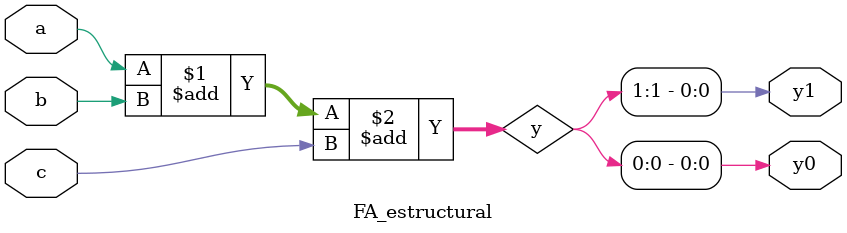
<source format=v>
module FA_estructural (       // Declaración del módulo llamado FA_estructural.
    input a, b, c,            // Entradas de 1 bit: a, b y c (típicamente Cin).
    output y0, y1             // Salidas de 1 bit: y0 (suma) y y1 (acarreo).
);

    reg [1:0] y;              // Registro de 2 bits para guardar el resultado {y1,y0}.
                              // OJO: 'reg' se usa para asignaciones en bloques always.
                              // Con 'assign' (asignación continua) debería ser 'wire'.

    assign y = a + b + c;     // Asignación continua: suma de tres bits (resultado cabe en 2 bits).
                              // y[0] será la suma (LSB) y y[1] el acarreo (MSB).
                              // ILEGAL en Verilog estándar: 'assign' no puede escribir a 'reg'.

    assign y0 = y[0];         // Conecta el bit menos significativo (suma) a la salida y0.
    assign y1 = y[1];         // Conecta el bit más significativo (acarreo) a la salida y1.

endmodule                     // Fin del módulo.

</source>
